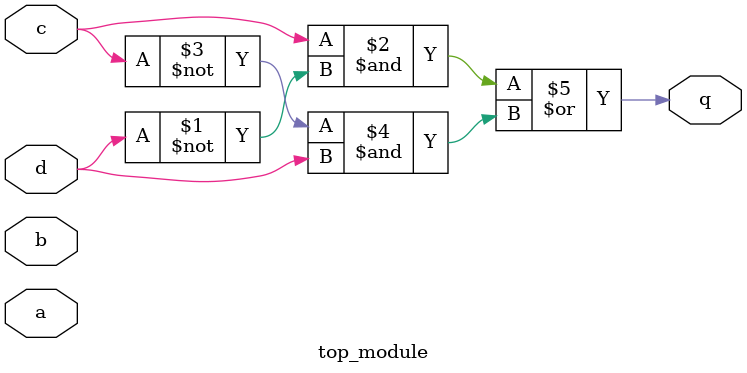
<source format=sv>
module top_module (
    input wire a,
    input wire b,
    input wire c,
    input wire d,
    output wire q
);

    assign q = (c & ~d) | (~c & d);

endmodule

</source>
